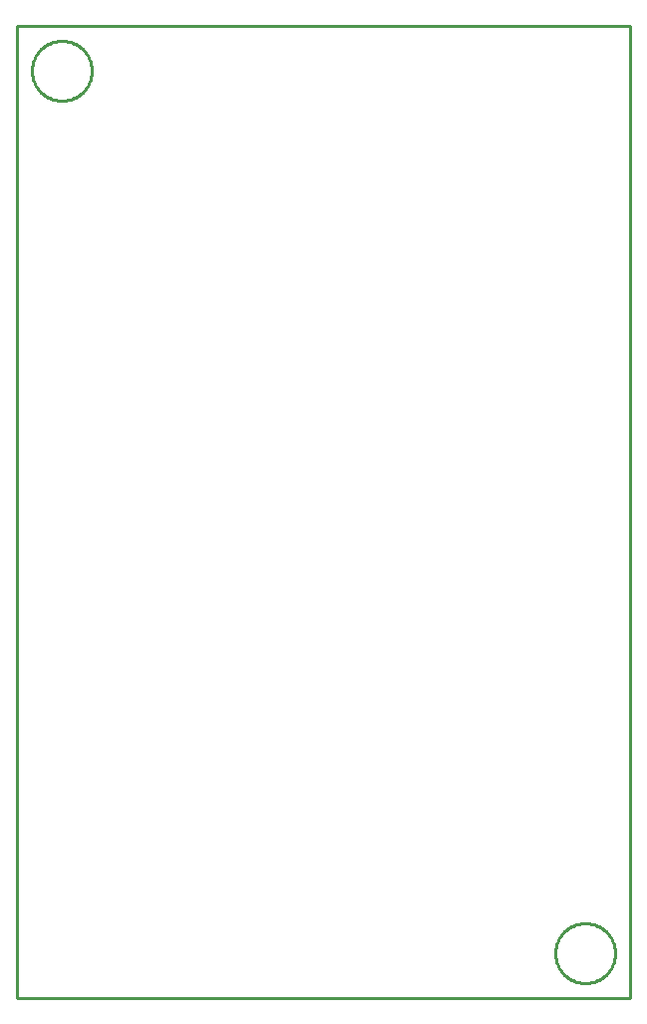
<source format=gbr>
G04 EAGLE Gerber RS-274X export*
G75*
%MOMM*%
%FSLAX34Y34*%
%LPD*%
%IN*%
%IPPOS*%
%AMOC8*
5,1,8,0,0,1.08239X$1,22.5*%
G01*
%ADD10C,0.254000*%


D10*
X-12700Y152400D02*
X507800Y152400D01*
X508308Y977902D01*
X-12700Y977902D01*
X-12700Y152400D01*
X495300Y189787D02*
X495300Y191213D01*
X495220Y192636D01*
X495061Y194052D01*
X494822Y195457D01*
X494505Y196847D01*
X494110Y198216D01*
X493639Y199562D01*
X493094Y200879D01*
X492475Y202163D01*
X491786Y203410D01*
X491028Y204617D01*
X490203Y205779D01*
X489314Y206894D01*
X488364Y207957D01*
X487357Y208964D01*
X486294Y209914D01*
X485179Y210803D01*
X484017Y211628D01*
X482810Y212386D01*
X481563Y213075D01*
X480279Y213694D01*
X478962Y214239D01*
X477616Y214710D01*
X476247Y215105D01*
X474857Y215422D01*
X473452Y215661D01*
X472036Y215820D01*
X470613Y215900D01*
X469187Y215900D01*
X467764Y215820D01*
X466348Y215661D01*
X464943Y215422D01*
X463553Y215105D01*
X462184Y214710D01*
X460838Y214239D01*
X459521Y213694D01*
X458237Y213075D01*
X456990Y212386D01*
X455783Y211628D01*
X454621Y210803D01*
X453506Y209914D01*
X452443Y208964D01*
X451436Y207957D01*
X450486Y206894D01*
X449597Y205779D01*
X448772Y204617D01*
X448014Y203410D01*
X447325Y202163D01*
X446706Y200879D01*
X446161Y199562D01*
X445690Y198216D01*
X445295Y196847D01*
X444978Y195457D01*
X444740Y194052D01*
X444580Y192636D01*
X444500Y191213D01*
X444500Y189787D01*
X444580Y188364D01*
X444740Y186948D01*
X444978Y185543D01*
X445295Y184153D01*
X445690Y182784D01*
X446161Y181438D01*
X446706Y180121D01*
X447325Y178837D01*
X448014Y177590D01*
X448772Y176383D01*
X449597Y175221D01*
X450486Y174106D01*
X451436Y173043D01*
X452443Y172036D01*
X453506Y171086D01*
X454621Y170197D01*
X455783Y169372D01*
X456990Y168614D01*
X458237Y167925D01*
X459521Y167306D01*
X460838Y166761D01*
X462184Y166290D01*
X463553Y165895D01*
X464943Y165578D01*
X466348Y165340D01*
X467764Y165180D01*
X469187Y165100D01*
X470613Y165100D01*
X472036Y165180D01*
X473452Y165340D01*
X474857Y165578D01*
X476247Y165895D01*
X477616Y166290D01*
X478962Y166761D01*
X480279Y167306D01*
X481563Y167925D01*
X482810Y168614D01*
X484017Y169372D01*
X485179Y170197D01*
X486294Y171086D01*
X487357Y172036D01*
X488364Y173043D01*
X489314Y174106D01*
X490203Y175221D01*
X491028Y176383D01*
X491786Y177590D01*
X492475Y178837D01*
X493094Y180121D01*
X493639Y181438D01*
X494110Y182784D01*
X494505Y184153D01*
X494822Y185543D01*
X495061Y186948D01*
X495220Y188364D01*
X495300Y189787D01*
X50800Y939087D02*
X50800Y940513D01*
X50720Y941936D01*
X50561Y943352D01*
X50322Y944757D01*
X50005Y946147D01*
X49610Y947516D01*
X49139Y948862D01*
X48594Y950179D01*
X47975Y951463D01*
X47286Y952710D01*
X46528Y953917D01*
X45703Y955079D01*
X44814Y956194D01*
X43864Y957257D01*
X42857Y958264D01*
X41794Y959214D01*
X40679Y960103D01*
X39517Y960928D01*
X38310Y961686D01*
X37063Y962375D01*
X35779Y962994D01*
X34462Y963539D01*
X33116Y964010D01*
X31747Y964405D01*
X30357Y964722D01*
X28952Y964961D01*
X27536Y965120D01*
X26113Y965200D01*
X24687Y965200D01*
X23264Y965120D01*
X21848Y964961D01*
X20443Y964722D01*
X19053Y964405D01*
X17684Y964010D01*
X16338Y963539D01*
X15021Y962994D01*
X13737Y962375D01*
X12490Y961686D01*
X11283Y960928D01*
X10121Y960103D01*
X9006Y959214D01*
X7943Y958264D01*
X6936Y957257D01*
X5986Y956194D01*
X5097Y955079D01*
X4272Y953917D01*
X3514Y952710D01*
X2825Y951463D01*
X2206Y950179D01*
X1661Y948862D01*
X1190Y947516D01*
X795Y946147D01*
X478Y944757D01*
X240Y943352D01*
X80Y941936D01*
X0Y940513D01*
X0Y939087D01*
X80Y937664D01*
X240Y936248D01*
X478Y934843D01*
X795Y933453D01*
X1190Y932084D01*
X1661Y930738D01*
X2206Y929421D01*
X2825Y928137D01*
X3514Y926890D01*
X4272Y925683D01*
X5097Y924521D01*
X5986Y923406D01*
X6936Y922343D01*
X7943Y921336D01*
X9006Y920386D01*
X10121Y919497D01*
X11283Y918672D01*
X12490Y917914D01*
X13737Y917225D01*
X15021Y916606D01*
X16338Y916061D01*
X17684Y915590D01*
X19053Y915195D01*
X20443Y914878D01*
X21848Y914640D01*
X23264Y914480D01*
X24687Y914400D01*
X26113Y914400D01*
X27536Y914480D01*
X28952Y914640D01*
X30357Y914878D01*
X31747Y915195D01*
X33116Y915590D01*
X34462Y916061D01*
X35779Y916606D01*
X37063Y917225D01*
X38310Y917914D01*
X39517Y918672D01*
X40679Y919497D01*
X41794Y920386D01*
X42857Y921336D01*
X43864Y922343D01*
X44814Y923406D01*
X45703Y924521D01*
X46528Y925683D01*
X47286Y926890D01*
X47975Y928137D01*
X48594Y929421D01*
X49139Y930738D01*
X49610Y932084D01*
X50005Y933453D01*
X50322Y934843D01*
X50561Y936248D01*
X50720Y937664D01*
X50800Y939087D01*
M02*

</source>
